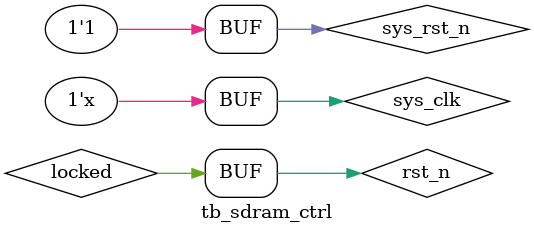
<source format=v>
`timescale 1ns/1ns

module  tb_sdram_ctrl();

reg             sys_clk;
reg             sys_rst_n;

wire            locked      ;
wire            clk_50m     ;
wire            clk_100m    ;
wire            clk_100m_p  ;//phase shifted
wire            rst_n       ;

wire            init_end    ;
wire            sdram_wr_ack;
wire    [15:0]  sdram_rd_data;
wire            sdram_rd_ack;
wire            sdram_cke   ;
wire            sdram_cs_n  ;
wire            sdram_cas_n ;
wire            sdram_ras_n ;
wire            sdram_we_n  ;
wire    [1:0]   sdram_ba    ;
wire    [12:0]  sdram_addr  ;
wire    [15:0]  sdram_dq    ;

reg     [15:0]  sdram_wr_data;
reg             sdram_wr_req;
reg             sdram_rd_req;

reg            wr_rd_arbit;

always@(posedge clk_100m or negedge rst_n)
    if(rst_n == 1'b0)
        sdram_wr_data <= 16'd0;
    else if(sdram_wr_data == 16'd10)
        sdram_wr_data <= 16'd0;
    else if(sdram_wr_ack == 1'b1)
        sdram_wr_data <= sdram_wr_data + 1'b1;

always@(posedge clk_100m or negedge rst_n)
    if(rst_n == 1'b0)
        sdram_wr_req <= 1'b0;
    else if(init_end == 1'b1 && wr_rd_arbit == 1'b0 && sdram_rd_req == 1'b0)
        sdram_wr_req <= 1'b1;
    else if(sdram_wr_data == 16'd10)
        sdram_wr_req <= 1'b0;
    
always@(posedge clk_100m or negedge rst_n)
    if(rst_n == 1'b0)
        sdram_rd_req <= 1'b0;
    else if(sdram_wr_req == 1'b0 && wr_rd_arbit == 1'b1 && init_end == 1'b1)
        sdram_rd_req <= 1'b1;

always@(posedge clk_100m or negedge rst_n)
    if(rst_n == 1'b0)
        wr_rd_arbit <= 1'b0;
    else if(init_end == 1'b1 && sdram_wr_req == 1'b0 && sdram_rd_req == 1'b0)
        wr_rd_arbit <= ~wr_rd_arbit;


assign rst_n = (sys_rst_n & locked);

initial
    begin
        sys_clk = 1'b1;
        sys_rst_n <= 1'b0;
        #30
        sys_rst_n <= 1'b1;
    end

always#10 sys_clk = ~sys_clk;

defparam    sdram_model_plus_inst.addr_bits = 13;
defparam    sdram_model_plus_inst.data_bits = 16;
defparam    sdram_model_plus_inst.col_bits  = 9 ;
defparam    sdram_model_plus_inst.mem_sizes = 2*1024*1024;
defparam    sdram_ctrl_inst.sdram_aref_inst.T_AREF = 39;

clk_gen clk_gen_inst 
(
    .areset ( ~sys_rst_n    ),
    .inclk0 ( sys_clk       ),
    .c0     ( clk_50m       ),
    .c1     ( clk_100m      ),
    .c2     ( clk_100m_p    ),
    .locked ( locked        )
    );

sdram_ctrl  sdram_ctrl_inst
(
    //clk & rst
    .sys_clk         (clk_100m  ),
    .sys_rst_n       (rst_n     ),
    //initial
    .init_end        (init_end  ),
    //write
    .sdram_wr_req    (sdram_wr_req),
    .sdram_wr_addr   (24'h000_000),
    .wr_burst_len    (10'd10    ),
    .sdram_wr_data   (sdram_wr_data),//from fifo_wirte
    .sdram_wr_ack    (sdram_wr_ack),
    //read
    .sdram_rd_req    (sdram_rd_req),
    .sdram_rd_addr   (24'h000_000),
    .rd_burst_len    (10'd10    ),
    .sdram_rd_data   (sdram_rd_data),
    .sdram_rd_ack    (sdram_rd_ack ),//transfer to fifo_read
    //arbit
    .sdram_cke       (sdram_cke    ),
    .sdram_cs_n      (sdram_cs_n   ),
    .sdram_cas_n     (sdram_cas_n  ),
    .sdram_ras_n     (sdram_ras_n  ),
    .sdram_we_n      (sdram_we_n   ),
    .sdram_ba        (sdram_ba     ),
    .sdram_addr      (sdram_addr   ),
    .sdram_dq        (sdram_dq     )
);

sdram_model_plus    sdram_model_plus_inst
(
    .Dq      (sdram_dq   ), 
    .Addr    (sdram_addr ), 
    .Ba      (sdram_ba   ), 
    .Clk     (clk_100m_p ), 
    .Cke     (sdram_cke  ), 
    .Cs_n    (sdram_cs_n ), 
    .Ras_n   (sdram_ras_n), 
    .Cas_n   (sdram_cas_n), 
    .We_n    (sdram_we_n ), 
    .Dqm     (2'b00      ),
    .Debug   (1'b1       )
    );

endmodule
</source>
